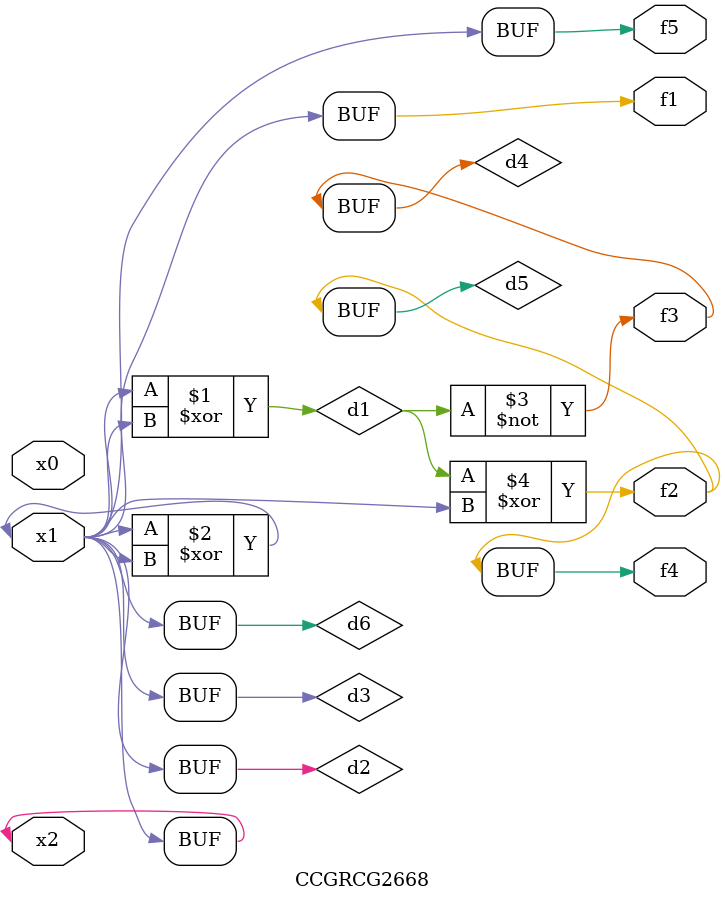
<source format=v>
module CCGRCG2668(
	input x0, x1, x2,
	output f1, f2, f3, f4, f5
);

	wire d1, d2, d3, d4, d5, d6;

	xor (d1, x1, x2);
	buf (d2, x1, x2);
	xor (d3, x1, x2);
	nor (d4, d1);
	xor (d5, d1, d2);
	buf (d6, d2, d3);
	assign f1 = d6;
	assign f2 = d5;
	assign f3 = d4;
	assign f4 = d5;
	assign f5 = d6;
endmodule

</source>
